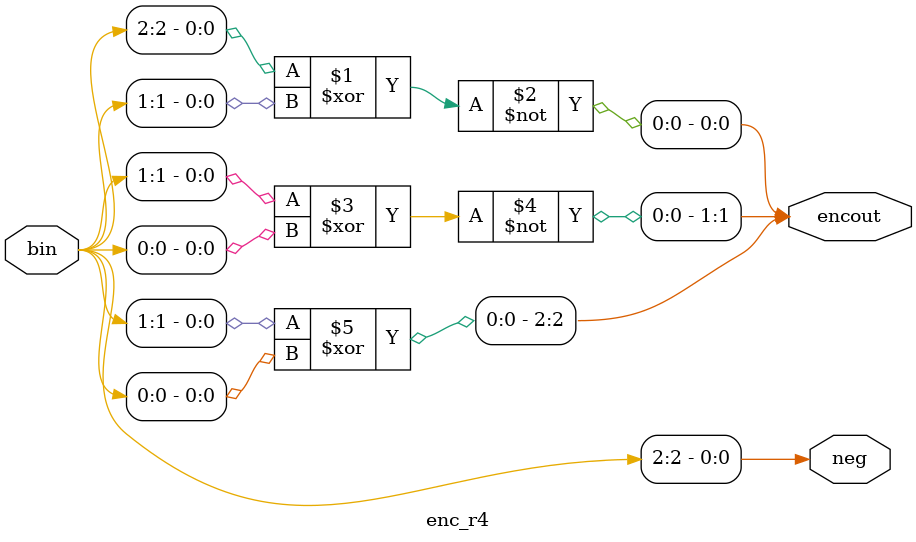
<source format=sv>
`timescale 1ns / 1ps


module enc_r4(
    input logic [2:0] bin,
    output logic [2:0] encout,
    output logic neg
    );

    assign encout[0] = ~(bin[2] ^ bin[1]);
    assign encout[1] = ~(bin[1] ^ bin[0]);
    assign encout[2] =  (bin[1] ^ bin[0]);
    assign neg       =   bin[2];
endmodule
</source>
